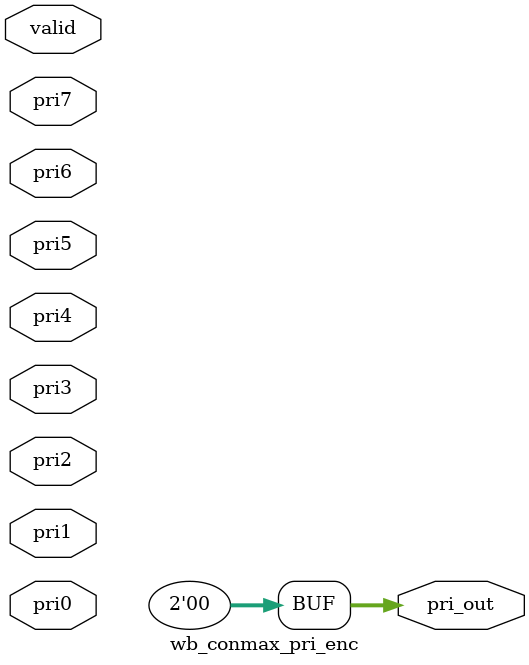
<source format=v>


`include "../rtl/wb_conmax/wb_conmax_defines.v"

module wb_conmax_pri_enc(
		valid,
		pri0, pri1, pri2, pri3,
		pri4, pri5, pri6, pri7,
		pri_out
		);

////////////////////////////////////////////////////////////////////
//
// Module Parameters
//

parameter	[1:0]	pri_sel = 2'd0;

////////////////////////////////////////////////////////////////////
//
// Module IOs
//

input	[7:0]	valid;
input	[1:0]	pri0, pri1, pri2, pri3;
input	[1:0]	pri4, pri5, pri6, pri7;
output	[1:0]	pri_out;

////////////////////////////////////////////////////////////////////
//
// Local Wires
//

wire	[3:0]	pri0_out, pri1_out, pri2_out, pri3_out;
wire	[3:0]	pri4_out, pri5_out, pri6_out, pri7_out;
wire	[3:0]	pri_out_tmp;
reg	[1:0]	pri_out0, pri_out1;
wire	[1:0]	pri_out;

////////////////////////////////////////////////////////////////////
//
// Priority Decoders
//

wb_conmax_pri_dec #(pri_sel) pd0(
		.valid(		valid[0]	),
		.pri_in(	pri0		),
		.pri_out(	pri0_out	)
		);


wb_conmax_pri_dec #(pri_sel) pd1(
		.valid(		valid[1]	),
		.pri_in(	pri1		),
		.pri_out(	pri1_out	)
		);

wb_conmax_pri_dec #(pri_sel) pd2(
		.valid(		valid[2]	),
		.pri_in(	pri2		),
		.pri_out(	pri2_out	)
		);

wb_conmax_pri_dec #(pri_sel) pd3(
		.valid(		valid[3]	),
		.pri_in(	pri3		),
		.pri_out(	pri3_out	)
		);

wb_conmax_pri_dec #(pri_sel) pd4(
		.valid(		valid[4]	),
		.pri_in(	pri4		),
		.pri_out(	pri4_out	)
		);

wb_conmax_pri_dec #(pri_sel) pd5(
		.valid(		valid[5]	),
		.pri_in(	pri5		),
		.pri_out(	pri5_out	)
		);

wb_conmax_pri_dec #(pri_sel) pd6(
		.valid(		valid[6]	),
		.pri_in(	pri6		),
		.pri_out(	pri6_out	)
		);

wb_conmax_pri_dec #(pri_sel) pd7(
		.valid(		valid[7]	),
		.pri_in(	pri7		),
		.pri_out(	pri7_out	)
		);

////////////////////////////////////////////////////////////////////
//
// Priority Encoding
//

assign pri_out_tmp =	pri0_out | pri1_out | pri2_out | pri3_out |
			pri4_out | pri5_out | pri6_out | pri7_out;

// 4 Priority Levels
always @(pri_out_tmp)
	if(pri_out_tmp[3])	pri_out1 = 2'h3;
	else
	if(pri_out_tmp[2])	pri_out1 = 2'h2;
	else
	if(pri_out_tmp[1])	pri_out1 = 2'h1;
	else			pri_out1 = 2'h0;

// 2 Priority Levels
always @(pri_out_tmp)
	if(pri_out_tmp[1])	pri_out0 = 2'h1;
	else			pri_out0 = 2'h0;

////////////////////////////////////////////////////////////////////
//
// Final Priority Output
//

// Select configured priority

assign pri_out = (pri_sel==2'd0) ? 2'h0 : ( (pri_sel==2'd1) ? pri_out0 : pri_out1 );

endmodule



</source>
